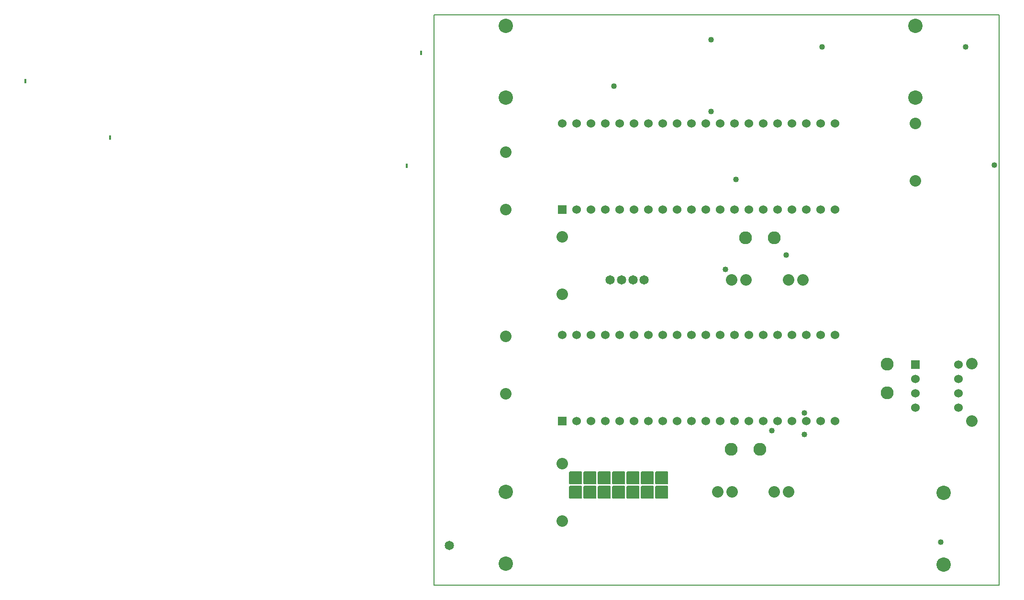
<source format=gbr>
G04 PROTEUS GERBER X2 FILE*
%TF.GenerationSoftware,Labcenter,Proteus,8.6-SP2-Build23525*%
%TF.CreationDate,2018-06-21T20:22:57+00:00*%
%TF.FileFunction,Soldermask,Top*%
%TF.FilePolarity,Negative*%
%TF.Part,Single*%
%FSLAX45Y45*%
%MOMM*%
G01*
%TA.AperFunction,Material*%
%ADD25C,1.016000*%
%AMPPAD018*
4,1,36,
-0.635000,0.762000,
0.635000,0.762000,
0.660970,0.759470,
0.684980,0.752200,
0.706580,0.740650,
0.725290,0.725290,
0.740650,0.706570,
0.752200,0.684980,
0.759470,0.660970,
0.762000,0.635000,
0.762000,-0.635000,
0.759470,-0.660970,
0.752200,-0.684980,
0.740650,-0.706570,
0.725290,-0.725290,
0.706580,-0.740650,
0.684980,-0.752200,
0.660970,-0.759470,
0.635000,-0.762000,
-0.635000,-0.762000,
-0.660970,-0.759470,
-0.684980,-0.752200,
-0.706580,-0.740650,
-0.725290,-0.725290,
-0.740650,-0.706570,
-0.752200,-0.684980,
-0.759470,-0.660970,
-0.762000,-0.635000,
-0.762000,0.635000,
-0.759470,0.660970,
-0.752200,0.684980,
-0.740650,0.706570,
-0.725290,0.725290,
-0.706580,0.740650,
-0.684980,0.752200,
-0.660970,0.759470,
-0.635000,0.762000,
0*%
%TA.AperFunction,Material*%
%ADD26PPAD018*%
%ADD27C,1.524000*%
%TA.AperFunction,Material*%
%ADD28C,2.032000*%
%ADD29C,2.540000*%
%TA.AperFunction,Material*%
%ADD72C,1.651000*%
%TA.AperFunction,Material*%
%ADD73C,2.286000*%
%AMPPAD024*
4,1,36,
-1.016000,1.143000,
1.016000,1.143000,
1.041970,1.140470,
1.065980,1.133200,
1.087580,1.121650,
1.106290,1.106290,
1.121650,1.087570,
1.133200,1.065980,
1.140470,1.041970,
1.143000,1.016000,
1.143000,-1.016000,
1.140470,-1.041970,
1.133200,-1.065980,
1.121650,-1.087570,
1.106290,-1.106290,
1.087580,-1.121650,
1.065980,-1.133200,
1.041970,-1.140470,
1.016000,-1.143000,
-1.016000,-1.143000,
-1.041970,-1.140470,
-1.065980,-1.133200,
-1.087580,-1.121650,
-1.106290,-1.106290,
-1.121650,-1.087570,
-1.133200,-1.065980,
-1.140470,-1.041970,
-1.143000,-1.016000,
-1.143000,1.016000,
-1.140470,1.041970,
-1.133200,1.065980,
-1.121650,1.087570,
-1.106290,1.106290,
-1.087580,1.121650,
-1.065980,1.133200,
-1.041970,1.140470,
-1.016000,1.143000,
0*%
%TA.AperFunction,Material*%
%ADD30PPAD024*%
%AMPPAD025*
4,1,36,
0.762000,0.635000,
0.762000,-0.635000,
0.759470,-0.660970,
0.752200,-0.684980,
0.740650,-0.706580,
0.725290,-0.725290,
0.706570,-0.740650,
0.684980,-0.752200,
0.660970,-0.759470,
0.635000,-0.762000,
-0.635000,-0.762000,
-0.660970,-0.759470,
-0.684980,-0.752200,
-0.706570,-0.740650,
-0.725290,-0.725290,
-0.740650,-0.706580,
-0.752200,-0.684980,
-0.759470,-0.660970,
-0.762000,-0.635000,
-0.762000,0.635000,
-0.759470,0.660970,
-0.752200,0.684980,
-0.740650,0.706580,
-0.725290,0.725290,
-0.706570,0.740650,
-0.684980,0.752200,
-0.660970,0.759470,
-0.635000,0.762000,
0.635000,0.762000,
0.660970,0.759470,
0.684980,0.752200,
0.706570,0.740650,
0.725290,0.725290,
0.740650,0.706580,
0.752200,0.684980,
0.759470,0.660970,
0.762000,0.635000,
0*%
%TA.AperFunction,Material*%
%ADD31PPAD025*%
%AMPPAD026*
4,1,20,
-0.005000,0.625000,
0.005000,0.625000,
0.039760,0.621620,
0.071900,0.611880,
0.100810,0.596420,
0.125860,0.575860,
0.146420,0.550810,
0.161880,0.521900,
0.171620,0.489760,
0.175000,0.455000,
0.175000,-0.175000,
-0.175000,-0.175000,
-0.175000,0.455000,
-0.171620,0.489760,
-0.161880,0.521900,
-0.146420,0.550810,
-0.125860,0.575860,
-0.100810,0.596420,
-0.071900,0.611880,
-0.039760,0.621620,
-0.005000,0.625000,
0*%
%TA.AperFunction,Material*%
%ADD32PPAD026*%
%TA.AperFunction,Profile*%
%ADD20C,0.203200*%
%TD.AperFunction*%
D25*
X+5397500Y+6032500D03*
X-1333500Y+7429500D03*
X+635000Y+4191000D03*
X+1460500Y+1333500D03*
X+1714500Y+4445000D03*
X+825500Y+5778500D03*
X+2032000Y+1270000D03*
X+2032000Y+1651000D03*
X+381000Y+8255000D03*
X+381000Y+6985000D03*
X+4889500Y+8128000D03*
X+4445000Y-635000D03*
X+2349500Y+8128000D03*
D26*
X-2250000Y+5250000D03*
D27*
X-1996000Y+5250000D03*
X-1742000Y+5250000D03*
X-1488000Y+5250000D03*
X-1234000Y+5250000D03*
X-980000Y+5250000D03*
X-726000Y+5250000D03*
X-472000Y+5250000D03*
X-218000Y+5250000D03*
X+36000Y+5250000D03*
X+290000Y+5250000D03*
X+544000Y+5250000D03*
X+798000Y+5250000D03*
X+1052000Y+5250000D03*
X+1306000Y+5250000D03*
X+1560000Y+5250000D03*
X+1814000Y+5250000D03*
X+2068000Y+5250000D03*
X+2322000Y+5250000D03*
X+2576000Y+5250000D03*
X+2576000Y+6774000D03*
X+2322000Y+6774000D03*
X+2068000Y+6774000D03*
X+1814000Y+6774000D03*
X+1560000Y+6774000D03*
X+1306000Y+6774000D03*
X+1052000Y+6774000D03*
X+798000Y+6774000D03*
X+544000Y+6774000D03*
X+290000Y+6774000D03*
X+36000Y+6774000D03*
X-218000Y+6774000D03*
X-472000Y+6774000D03*
X-726000Y+6774000D03*
X-980000Y+6774000D03*
X-1234000Y+6774000D03*
X-1488000Y+6774000D03*
X-1742000Y+6774000D03*
X-1996000Y+6774000D03*
X-2250000Y+6774000D03*
D26*
X-2250000Y+1500000D03*
D27*
X-1996000Y+1500000D03*
X-1742000Y+1500000D03*
X-1488000Y+1500000D03*
X-1234000Y+1500000D03*
X-980000Y+1500000D03*
X-726000Y+1500000D03*
X-472000Y+1500000D03*
X-218000Y+1500000D03*
X+36000Y+1500000D03*
X+290000Y+1500000D03*
X+544000Y+1500000D03*
X+798000Y+1500000D03*
X+1052000Y+1500000D03*
X+1306000Y+1500000D03*
X+1560000Y+1500000D03*
X+1814000Y+1500000D03*
X+2068000Y+1500000D03*
X+2322000Y+1500000D03*
X+2576000Y+1500000D03*
X+2576000Y+3024000D03*
X+2322000Y+3024000D03*
X+2068000Y+3024000D03*
X+1814000Y+3024000D03*
X+1560000Y+3024000D03*
X+1306000Y+3024000D03*
X+1052000Y+3024000D03*
X+798000Y+3024000D03*
X+544000Y+3024000D03*
X+290000Y+3024000D03*
X+36000Y+3024000D03*
X-218000Y+3024000D03*
X-472000Y+3024000D03*
X-726000Y+3024000D03*
X-980000Y+3024000D03*
X-1234000Y+3024000D03*
X-1488000Y+3024000D03*
X-1742000Y+3024000D03*
X-1996000Y+3024000D03*
X-2250000Y+3024000D03*
D28*
X+750000Y+4000000D03*
X+1004000Y+4000000D03*
X+1750000Y+4000000D03*
X+2004000Y+4000000D03*
X+500000Y+250000D03*
X+754000Y+250000D03*
X+1500000Y+250000D03*
X+1754000Y+250000D03*
D29*
X+4000000Y+8500000D03*
X+4000000Y+7230000D03*
X-3250000Y+8500000D03*
X-3250000Y+7230000D03*
X+4500000Y+230000D03*
X+4500000Y-1040000D03*
X-3250000Y+250000D03*
X-3250000Y-1020000D03*
D72*
X-4250000Y-700000D03*
X-800000Y+4000000D03*
X-1000000Y+4000000D03*
X-1200000Y+4000000D03*
X-1400000Y+4000000D03*
D28*
X-2250000Y+3750000D03*
X-2250000Y+4766000D03*
X-3250000Y+5250000D03*
X-3250000Y+6266000D03*
X+4000000Y+5750000D03*
X+4000000Y+6766000D03*
X+5000000Y+2516000D03*
X+5000000Y+1500000D03*
X-3250000Y+3000000D03*
X-3250000Y+1984000D03*
X-2250000Y+750000D03*
X-2250000Y-266000D03*
D73*
X+1500000Y+4750000D03*
X+992000Y+4750000D03*
X+1250000Y+1000000D03*
X+742000Y+1000000D03*
D30*
X-2016000Y+246000D03*
X-1762000Y+246000D03*
X-1508000Y+246000D03*
X-1254000Y+246000D03*
X-1000000Y+246000D03*
X-746000Y+246000D03*
X-492000Y+246000D03*
X-492000Y+500000D03*
X-746000Y+500000D03*
X-1000000Y+500000D03*
X-1254000Y+500000D03*
X-1508000Y+500000D03*
X-1762000Y+500000D03*
X-2016000Y+500000D03*
D31*
X+4000000Y+2500000D03*
D27*
X+4000000Y+2246000D03*
X+4000000Y+1992000D03*
X+4000000Y+1738000D03*
X+4762000Y+1738000D03*
X+4762000Y+1992000D03*
X+4762000Y+2246000D03*
X+4762000Y+2500000D03*
D73*
X+3500000Y+2000000D03*
X+3500000Y+2508000D03*
D32*
X-5000000Y+6000000D03*
X-10250000Y+6500000D03*
X-11750000Y+7500000D03*
X-4750000Y+8000000D03*
D20*
X-4520000Y-1400000D02*
X+5480000Y-1400000D01*
X+5480000Y+8690000D01*
X-4520000Y+8690000D01*
X-4520000Y-1400000D01*
M02*

</source>
